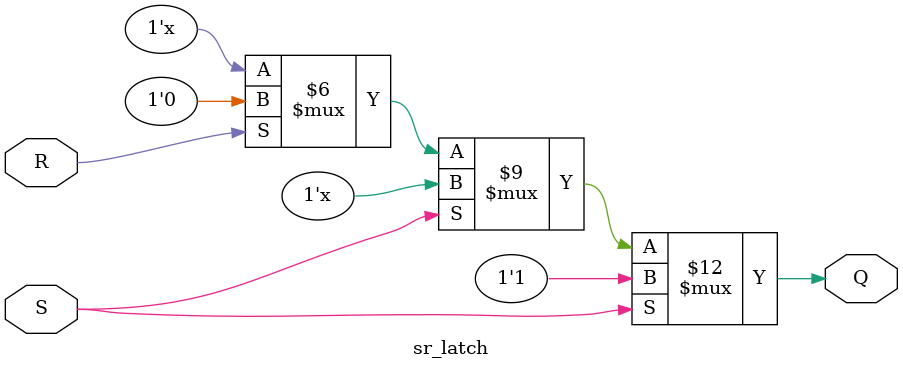
<source format=v>
module sr_latch (
    input wire S,
    input wire R,
    output reg Q
);

initial begin
    Q = 1'b0;
end

always @(S, R) begin
    if (S == 1'b1)
        Q = 1'b1;
    else if (R == 1'b1)
        Q = 1'b0;
end
    
endmodule
</source>
